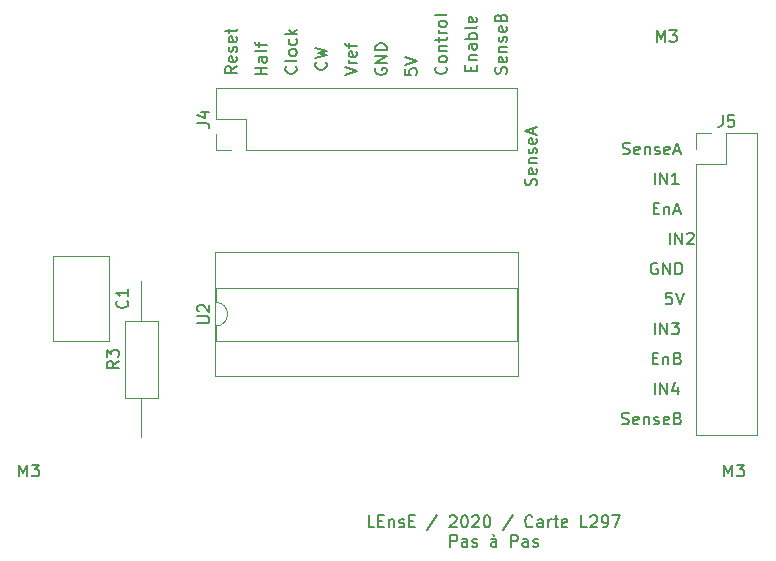
<source format=gbr>
%TF.GenerationSoftware,KiCad,Pcbnew,5.0.2-bee76a0~70~ubuntu18.04.1*%
%TF.CreationDate,2020-11-23T14:52:47+01:00*%
%TF.ProjectId,Carte_L298,43617274-655f-44c3-9239-382e6b696361,rev?*%
%TF.SameCoordinates,Original*%
%TF.FileFunction,Legend,Top*%
%TF.FilePolarity,Positive*%
%FSLAX46Y46*%
G04 Gerber Fmt 4.6, Leading zero omitted, Abs format (unit mm)*
G04 Created by KiCad (PCBNEW 5.0.2-bee76a0~70~ubuntu18.04.1) date lun. 23 nov. 2020 14:52:47 CET*
%MOMM*%
%LPD*%
G01*
G04 APERTURE LIST*
%ADD10C,0.150000*%
%ADD11C,0.120000*%
G04 APERTURE END LIST*
D10*
X97925000Y-61086904D02*
X97877380Y-61182142D01*
X97877380Y-61325000D01*
X97925000Y-61467857D01*
X98020238Y-61563095D01*
X98115476Y-61610714D01*
X98305952Y-61658333D01*
X98448809Y-61658333D01*
X98639285Y-61610714D01*
X98734523Y-61563095D01*
X98829761Y-61467857D01*
X98877380Y-61325000D01*
X98877380Y-61229761D01*
X98829761Y-61086904D01*
X98782142Y-61039285D01*
X98448809Y-61039285D01*
X98448809Y-61229761D01*
X98877380Y-60610714D02*
X97877380Y-60610714D01*
X98877380Y-60039285D01*
X97877380Y-60039285D01*
X98877380Y-59563095D02*
X97877380Y-59563095D01*
X97877380Y-59325000D01*
X97925000Y-59182142D01*
X98020238Y-59086904D01*
X98115476Y-59039285D01*
X98305952Y-58991666D01*
X98448809Y-58991666D01*
X98639285Y-59039285D01*
X98734523Y-59086904D01*
X98829761Y-59182142D01*
X98877380Y-59325000D01*
X98877380Y-59563095D01*
X86177380Y-60928095D02*
X85701190Y-61261428D01*
X86177380Y-61499523D02*
X85177380Y-61499523D01*
X85177380Y-61118571D01*
X85225000Y-61023333D01*
X85272619Y-60975714D01*
X85367857Y-60928095D01*
X85510714Y-60928095D01*
X85605952Y-60975714D01*
X85653571Y-61023333D01*
X85701190Y-61118571D01*
X85701190Y-61499523D01*
X86129761Y-60118571D02*
X86177380Y-60213809D01*
X86177380Y-60404285D01*
X86129761Y-60499523D01*
X86034523Y-60547142D01*
X85653571Y-60547142D01*
X85558333Y-60499523D01*
X85510714Y-60404285D01*
X85510714Y-60213809D01*
X85558333Y-60118571D01*
X85653571Y-60070952D01*
X85748809Y-60070952D01*
X85844047Y-60547142D01*
X86129761Y-59690000D02*
X86177380Y-59594761D01*
X86177380Y-59404285D01*
X86129761Y-59309047D01*
X86034523Y-59261428D01*
X85986904Y-59261428D01*
X85891666Y-59309047D01*
X85844047Y-59404285D01*
X85844047Y-59547142D01*
X85796428Y-59642380D01*
X85701190Y-59690000D01*
X85653571Y-59690000D01*
X85558333Y-59642380D01*
X85510714Y-59547142D01*
X85510714Y-59404285D01*
X85558333Y-59309047D01*
X86129761Y-58451904D02*
X86177380Y-58547142D01*
X86177380Y-58737619D01*
X86129761Y-58832857D01*
X86034523Y-58880476D01*
X85653571Y-58880476D01*
X85558333Y-58832857D01*
X85510714Y-58737619D01*
X85510714Y-58547142D01*
X85558333Y-58451904D01*
X85653571Y-58404285D01*
X85748809Y-58404285D01*
X85844047Y-58880476D01*
X85510714Y-58118571D02*
X85510714Y-57737619D01*
X85177380Y-57975714D02*
X86034523Y-57975714D01*
X86129761Y-57928095D01*
X86177380Y-57832857D01*
X86177380Y-57737619D01*
X121388333Y-85653571D02*
X121721666Y-85653571D01*
X121864523Y-86177380D02*
X121388333Y-86177380D01*
X121388333Y-85177380D01*
X121864523Y-85177380D01*
X122293095Y-85510714D02*
X122293095Y-86177380D01*
X122293095Y-85605952D02*
X122340714Y-85558333D01*
X122435952Y-85510714D01*
X122578809Y-85510714D01*
X122674047Y-85558333D01*
X122721666Y-85653571D01*
X122721666Y-86177380D01*
X123531190Y-85653571D02*
X123674047Y-85701190D01*
X123721666Y-85748809D01*
X123769285Y-85844047D01*
X123769285Y-85986904D01*
X123721666Y-86082142D01*
X123674047Y-86129761D01*
X123578809Y-86177380D01*
X123197857Y-86177380D01*
X123197857Y-85177380D01*
X123531190Y-85177380D01*
X123626428Y-85225000D01*
X123674047Y-85272619D01*
X123721666Y-85367857D01*
X123721666Y-85463095D01*
X123674047Y-85558333D01*
X123626428Y-85605952D01*
X123531190Y-85653571D01*
X123197857Y-85653571D01*
X118856428Y-68349761D02*
X118999285Y-68397380D01*
X119237380Y-68397380D01*
X119332619Y-68349761D01*
X119380238Y-68302142D01*
X119427857Y-68206904D01*
X119427857Y-68111666D01*
X119380238Y-68016428D01*
X119332619Y-67968809D01*
X119237380Y-67921190D01*
X119046904Y-67873571D01*
X118951666Y-67825952D01*
X118904047Y-67778333D01*
X118856428Y-67683095D01*
X118856428Y-67587857D01*
X118904047Y-67492619D01*
X118951666Y-67445000D01*
X119046904Y-67397380D01*
X119285000Y-67397380D01*
X119427857Y-67445000D01*
X120237380Y-68349761D02*
X120142142Y-68397380D01*
X119951666Y-68397380D01*
X119856428Y-68349761D01*
X119808809Y-68254523D01*
X119808809Y-67873571D01*
X119856428Y-67778333D01*
X119951666Y-67730714D01*
X120142142Y-67730714D01*
X120237380Y-67778333D01*
X120285000Y-67873571D01*
X120285000Y-67968809D01*
X119808809Y-68064047D01*
X120713571Y-67730714D02*
X120713571Y-68397380D01*
X120713571Y-67825952D02*
X120761190Y-67778333D01*
X120856428Y-67730714D01*
X120999285Y-67730714D01*
X121094523Y-67778333D01*
X121142142Y-67873571D01*
X121142142Y-68397380D01*
X121570714Y-68349761D02*
X121665952Y-68397380D01*
X121856428Y-68397380D01*
X121951666Y-68349761D01*
X121999285Y-68254523D01*
X121999285Y-68206904D01*
X121951666Y-68111666D01*
X121856428Y-68064047D01*
X121713571Y-68064047D01*
X121618333Y-68016428D01*
X121570714Y-67921190D01*
X121570714Y-67873571D01*
X121618333Y-67778333D01*
X121713571Y-67730714D01*
X121856428Y-67730714D01*
X121951666Y-67778333D01*
X122808809Y-68349761D02*
X122713571Y-68397380D01*
X122523095Y-68397380D01*
X122427857Y-68349761D01*
X122380238Y-68254523D01*
X122380238Y-67873571D01*
X122427857Y-67778333D01*
X122523095Y-67730714D01*
X122713571Y-67730714D01*
X122808809Y-67778333D01*
X122856428Y-67873571D01*
X122856428Y-67968809D01*
X122380238Y-68064047D01*
X123237380Y-68111666D02*
X123713571Y-68111666D01*
X123142142Y-68397380D02*
X123475476Y-67397380D01*
X123808809Y-68397380D01*
X108989761Y-61555000D02*
X109037380Y-61412142D01*
X109037380Y-61174047D01*
X108989761Y-61078809D01*
X108942142Y-61031190D01*
X108846904Y-60983571D01*
X108751666Y-60983571D01*
X108656428Y-61031190D01*
X108608809Y-61078809D01*
X108561190Y-61174047D01*
X108513571Y-61364523D01*
X108465952Y-61459761D01*
X108418333Y-61507380D01*
X108323095Y-61555000D01*
X108227857Y-61555000D01*
X108132619Y-61507380D01*
X108085000Y-61459761D01*
X108037380Y-61364523D01*
X108037380Y-61126428D01*
X108085000Y-60983571D01*
X108989761Y-60174047D02*
X109037380Y-60269285D01*
X109037380Y-60459761D01*
X108989761Y-60555000D01*
X108894523Y-60602619D01*
X108513571Y-60602619D01*
X108418333Y-60555000D01*
X108370714Y-60459761D01*
X108370714Y-60269285D01*
X108418333Y-60174047D01*
X108513571Y-60126428D01*
X108608809Y-60126428D01*
X108704047Y-60602619D01*
X108370714Y-59697857D02*
X109037380Y-59697857D01*
X108465952Y-59697857D02*
X108418333Y-59650238D01*
X108370714Y-59555000D01*
X108370714Y-59412142D01*
X108418333Y-59316904D01*
X108513571Y-59269285D01*
X109037380Y-59269285D01*
X108989761Y-58840714D02*
X109037380Y-58745476D01*
X109037380Y-58555000D01*
X108989761Y-58459761D01*
X108894523Y-58412142D01*
X108846904Y-58412142D01*
X108751666Y-58459761D01*
X108704047Y-58555000D01*
X108704047Y-58697857D01*
X108656428Y-58793095D01*
X108561190Y-58840714D01*
X108513571Y-58840714D01*
X108418333Y-58793095D01*
X108370714Y-58697857D01*
X108370714Y-58555000D01*
X108418333Y-58459761D01*
X108989761Y-57602619D02*
X109037380Y-57697857D01*
X109037380Y-57888333D01*
X108989761Y-57983571D01*
X108894523Y-58031190D01*
X108513571Y-58031190D01*
X108418333Y-57983571D01*
X108370714Y-57888333D01*
X108370714Y-57697857D01*
X108418333Y-57602619D01*
X108513571Y-57555000D01*
X108608809Y-57555000D01*
X108704047Y-58031190D01*
X108513571Y-56793095D02*
X108561190Y-56650238D01*
X108608809Y-56602619D01*
X108704047Y-56555000D01*
X108846904Y-56555000D01*
X108942142Y-56602619D01*
X108989761Y-56650238D01*
X109037380Y-56745476D01*
X109037380Y-57126428D01*
X108037380Y-57126428D01*
X108037380Y-56793095D01*
X108085000Y-56697857D01*
X108132619Y-56650238D01*
X108227857Y-56602619D01*
X108323095Y-56602619D01*
X108418333Y-56650238D01*
X108465952Y-56697857D01*
X108513571Y-56793095D01*
X108513571Y-57126428D01*
X95337380Y-61682142D02*
X96337380Y-61348809D01*
X95337380Y-61015476D01*
X96337380Y-60682142D02*
X95670714Y-60682142D01*
X95861190Y-60682142D02*
X95765952Y-60634523D01*
X95718333Y-60586904D01*
X95670714Y-60491666D01*
X95670714Y-60396428D01*
X96289761Y-59682142D02*
X96337380Y-59777380D01*
X96337380Y-59967857D01*
X96289761Y-60063095D01*
X96194523Y-60110714D01*
X95813571Y-60110714D01*
X95718333Y-60063095D01*
X95670714Y-59967857D01*
X95670714Y-59777380D01*
X95718333Y-59682142D01*
X95813571Y-59634523D01*
X95908809Y-59634523D01*
X96004047Y-60110714D01*
X95670714Y-59348809D02*
X95670714Y-58967857D01*
X96337380Y-59205952D02*
X95480238Y-59205952D01*
X95385000Y-59158333D01*
X95337380Y-59063095D01*
X95337380Y-58967857D01*
X105973571Y-61316904D02*
X105973571Y-60983571D01*
X106497380Y-60840714D02*
X106497380Y-61316904D01*
X105497380Y-61316904D01*
X105497380Y-60840714D01*
X105830714Y-60412142D02*
X106497380Y-60412142D01*
X105925952Y-60412142D02*
X105878333Y-60364523D01*
X105830714Y-60269285D01*
X105830714Y-60126428D01*
X105878333Y-60031190D01*
X105973571Y-59983571D01*
X106497380Y-59983571D01*
X106497380Y-59078809D02*
X105973571Y-59078809D01*
X105878333Y-59126428D01*
X105830714Y-59221666D01*
X105830714Y-59412142D01*
X105878333Y-59507380D01*
X106449761Y-59078809D02*
X106497380Y-59174047D01*
X106497380Y-59412142D01*
X106449761Y-59507380D01*
X106354523Y-59555000D01*
X106259285Y-59555000D01*
X106164047Y-59507380D01*
X106116428Y-59412142D01*
X106116428Y-59174047D01*
X106068809Y-59078809D01*
X106497380Y-58602619D02*
X105497380Y-58602619D01*
X105878333Y-58602619D02*
X105830714Y-58507380D01*
X105830714Y-58316904D01*
X105878333Y-58221666D01*
X105925952Y-58174047D01*
X106021190Y-58126428D01*
X106306904Y-58126428D01*
X106402142Y-58174047D01*
X106449761Y-58221666D01*
X106497380Y-58316904D01*
X106497380Y-58507380D01*
X106449761Y-58602619D01*
X106497380Y-57555000D02*
X106449761Y-57650238D01*
X106354523Y-57697857D01*
X105497380Y-57697857D01*
X106449761Y-56793095D02*
X106497380Y-56888333D01*
X106497380Y-57078809D01*
X106449761Y-57174047D01*
X106354523Y-57221666D01*
X105973571Y-57221666D01*
X105878333Y-57174047D01*
X105830714Y-57078809D01*
X105830714Y-56888333D01*
X105878333Y-56793095D01*
X105973571Y-56745476D01*
X106068809Y-56745476D01*
X106164047Y-57221666D01*
X118785000Y-91209761D02*
X118927857Y-91257380D01*
X119165952Y-91257380D01*
X119261190Y-91209761D01*
X119308809Y-91162142D01*
X119356428Y-91066904D01*
X119356428Y-90971666D01*
X119308809Y-90876428D01*
X119261190Y-90828809D01*
X119165952Y-90781190D01*
X118975476Y-90733571D01*
X118880238Y-90685952D01*
X118832619Y-90638333D01*
X118785000Y-90543095D01*
X118785000Y-90447857D01*
X118832619Y-90352619D01*
X118880238Y-90305000D01*
X118975476Y-90257380D01*
X119213571Y-90257380D01*
X119356428Y-90305000D01*
X120165952Y-91209761D02*
X120070714Y-91257380D01*
X119880238Y-91257380D01*
X119785000Y-91209761D01*
X119737380Y-91114523D01*
X119737380Y-90733571D01*
X119785000Y-90638333D01*
X119880238Y-90590714D01*
X120070714Y-90590714D01*
X120165952Y-90638333D01*
X120213571Y-90733571D01*
X120213571Y-90828809D01*
X119737380Y-90924047D01*
X120642142Y-90590714D02*
X120642142Y-91257380D01*
X120642142Y-90685952D02*
X120689761Y-90638333D01*
X120785000Y-90590714D01*
X120927857Y-90590714D01*
X121023095Y-90638333D01*
X121070714Y-90733571D01*
X121070714Y-91257380D01*
X121499285Y-91209761D02*
X121594523Y-91257380D01*
X121785000Y-91257380D01*
X121880238Y-91209761D01*
X121927857Y-91114523D01*
X121927857Y-91066904D01*
X121880238Y-90971666D01*
X121785000Y-90924047D01*
X121642142Y-90924047D01*
X121546904Y-90876428D01*
X121499285Y-90781190D01*
X121499285Y-90733571D01*
X121546904Y-90638333D01*
X121642142Y-90590714D01*
X121785000Y-90590714D01*
X121880238Y-90638333D01*
X122737380Y-91209761D02*
X122642142Y-91257380D01*
X122451666Y-91257380D01*
X122356428Y-91209761D01*
X122308809Y-91114523D01*
X122308809Y-90733571D01*
X122356428Y-90638333D01*
X122451666Y-90590714D01*
X122642142Y-90590714D01*
X122737380Y-90638333D01*
X122785000Y-90733571D01*
X122785000Y-90828809D01*
X122308809Y-90924047D01*
X123546904Y-90733571D02*
X123689761Y-90781190D01*
X123737380Y-90828809D01*
X123785000Y-90924047D01*
X123785000Y-91066904D01*
X123737380Y-91162142D01*
X123689761Y-91209761D01*
X123594523Y-91257380D01*
X123213571Y-91257380D01*
X123213571Y-90257380D01*
X123546904Y-90257380D01*
X123642142Y-90305000D01*
X123689761Y-90352619D01*
X123737380Y-90447857D01*
X123737380Y-90543095D01*
X123689761Y-90638333D01*
X123642142Y-90685952D01*
X123546904Y-90733571D01*
X123213571Y-90733571D01*
X122999523Y-80097380D02*
X122523333Y-80097380D01*
X122475714Y-80573571D01*
X122523333Y-80525952D01*
X122618571Y-80478333D01*
X122856666Y-80478333D01*
X122951904Y-80525952D01*
X122999523Y-80573571D01*
X123047142Y-80668809D01*
X123047142Y-80906904D01*
X122999523Y-81002142D01*
X122951904Y-81049761D01*
X122856666Y-81097380D01*
X122618571Y-81097380D01*
X122523333Y-81049761D01*
X122475714Y-81002142D01*
X123332857Y-80097380D02*
X123666190Y-81097380D01*
X123999523Y-80097380D01*
X100417380Y-61150476D02*
X100417380Y-61626666D01*
X100893571Y-61674285D01*
X100845952Y-61626666D01*
X100798333Y-61531428D01*
X100798333Y-61293333D01*
X100845952Y-61198095D01*
X100893571Y-61150476D01*
X100988809Y-61102857D01*
X101226904Y-61102857D01*
X101322142Y-61150476D01*
X101369761Y-61198095D01*
X101417380Y-61293333D01*
X101417380Y-61531428D01*
X101369761Y-61626666D01*
X101322142Y-61674285D01*
X100417380Y-60817142D02*
X101417380Y-60483809D01*
X100417380Y-60150476D01*
X91162142Y-60928095D02*
X91209761Y-60975714D01*
X91257380Y-61118571D01*
X91257380Y-61213809D01*
X91209761Y-61356666D01*
X91114523Y-61451904D01*
X91019285Y-61499523D01*
X90828809Y-61547142D01*
X90685952Y-61547142D01*
X90495476Y-61499523D01*
X90400238Y-61451904D01*
X90305000Y-61356666D01*
X90257380Y-61213809D01*
X90257380Y-61118571D01*
X90305000Y-60975714D01*
X90352619Y-60928095D01*
X91257380Y-60356666D02*
X91209761Y-60451904D01*
X91114523Y-60499523D01*
X90257380Y-60499523D01*
X91257380Y-59832857D02*
X91209761Y-59928095D01*
X91162142Y-59975714D01*
X91066904Y-60023333D01*
X90781190Y-60023333D01*
X90685952Y-59975714D01*
X90638333Y-59928095D01*
X90590714Y-59832857D01*
X90590714Y-59690000D01*
X90638333Y-59594761D01*
X90685952Y-59547142D01*
X90781190Y-59499523D01*
X91066904Y-59499523D01*
X91162142Y-59547142D01*
X91209761Y-59594761D01*
X91257380Y-59690000D01*
X91257380Y-59832857D01*
X91209761Y-58642380D02*
X91257380Y-58737619D01*
X91257380Y-58928095D01*
X91209761Y-59023333D01*
X91162142Y-59070952D01*
X91066904Y-59118571D01*
X90781190Y-59118571D01*
X90685952Y-59070952D01*
X90638333Y-59023333D01*
X90590714Y-58928095D01*
X90590714Y-58737619D01*
X90638333Y-58642380D01*
X91257380Y-58213809D02*
X90257380Y-58213809D01*
X90876428Y-58118571D02*
X91257380Y-57832857D01*
X90590714Y-57832857D02*
X90971666Y-58213809D01*
X88717380Y-61610714D02*
X87717380Y-61610714D01*
X88193571Y-61610714D02*
X88193571Y-61039285D01*
X88717380Y-61039285D02*
X87717380Y-61039285D01*
X88717380Y-60134523D02*
X88193571Y-60134523D01*
X88098333Y-60182142D01*
X88050714Y-60277380D01*
X88050714Y-60467857D01*
X88098333Y-60563095D01*
X88669761Y-60134523D02*
X88717380Y-60229761D01*
X88717380Y-60467857D01*
X88669761Y-60563095D01*
X88574523Y-60610714D01*
X88479285Y-60610714D01*
X88384047Y-60563095D01*
X88336428Y-60467857D01*
X88336428Y-60229761D01*
X88288809Y-60134523D01*
X88717380Y-59515476D02*
X88669761Y-59610714D01*
X88574523Y-59658333D01*
X87717380Y-59658333D01*
X88050714Y-59277380D02*
X88050714Y-58896428D01*
X88717380Y-59134523D02*
X87860238Y-59134523D01*
X87765000Y-59086904D01*
X87717380Y-58991666D01*
X87717380Y-58896428D01*
X121793095Y-77605000D02*
X121697857Y-77557380D01*
X121555000Y-77557380D01*
X121412142Y-77605000D01*
X121316904Y-77700238D01*
X121269285Y-77795476D01*
X121221666Y-77985952D01*
X121221666Y-78128809D01*
X121269285Y-78319285D01*
X121316904Y-78414523D01*
X121412142Y-78509761D01*
X121555000Y-78557380D01*
X121650238Y-78557380D01*
X121793095Y-78509761D01*
X121840714Y-78462142D01*
X121840714Y-78128809D01*
X121650238Y-78128809D01*
X122269285Y-78557380D02*
X122269285Y-77557380D01*
X122840714Y-78557380D01*
X122840714Y-77557380D01*
X123316904Y-78557380D02*
X123316904Y-77557380D01*
X123555000Y-77557380D01*
X123697857Y-77605000D01*
X123793095Y-77700238D01*
X123840714Y-77795476D01*
X123888333Y-77985952D01*
X123888333Y-78128809D01*
X123840714Y-78319285D01*
X123793095Y-78414523D01*
X123697857Y-78509761D01*
X123555000Y-78557380D01*
X123316904Y-78557380D01*
X121555000Y-70937380D02*
X121555000Y-69937380D01*
X122031190Y-70937380D02*
X122031190Y-69937380D01*
X122602619Y-70937380D01*
X122602619Y-69937380D01*
X123602619Y-70937380D02*
X123031190Y-70937380D01*
X123316904Y-70937380D02*
X123316904Y-69937380D01*
X123221666Y-70080238D01*
X123126428Y-70175476D01*
X123031190Y-70223095D01*
X111529761Y-71008571D02*
X111577380Y-70865714D01*
X111577380Y-70627619D01*
X111529761Y-70532380D01*
X111482142Y-70484761D01*
X111386904Y-70437142D01*
X111291666Y-70437142D01*
X111196428Y-70484761D01*
X111148809Y-70532380D01*
X111101190Y-70627619D01*
X111053571Y-70818095D01*
X111005952Y-70913333D01*
X110958333Y-70960952D01*
X110863095Y-71008571D01*
X110767857Y-71008571D01*
X110672619Y-70960952D01*
X110625000Y-70913333D01*
X110577380Y-70818095D01*
X110577380Y-70580000D01*
X110625000Y-70437142D01*
X111529761Y-69627619D02*
X111577380Y-69722857D01*
X111577380Y-69913333D01*
X111529761Y-70008571D01*
X111434523Y-70056190D01*
X111053571Y-70056190D01*
X110958333Y-70008571D01*
X110910714Y-69913333D01*
X110910714Y-69722857D01*
X110958333Y-69627619D01*
X111053571Y-69580000D01*
X111148809Y-69580000D01*
X111244047Y-70056190D01*
X110910714Y-69151428D02*
X111577380Y-69151428D01*
X111005952Y-69151428D02*
X110958333Y-69103809D01*
X110910714Y-69008571D01*
X110910714Y-68865714D01*
X110958333Y-68770476D01*
X111053571Y-68722857D01*
X111577380Y-68722857D01*
X111529761Y-68294285D02*
X111577380Y-68199047D01*
X111577380Y-68008571D01*
X111529761Y-67913333D01*
X111434523Y-67865714D01*
X111386904Y-67865714D01*
X111291666Y-67913333D01*
X111244047Y-68008571D01*
X111244047Y-68151428D01*
X111196428Y-68246666D01*
X111101190Y-68294285D01*
X111053571Y-68294285D01*
X110958333Y-68246666D01*
X110910714Y-68151428D01*
X110910714Y-68008571D01*
X110958333Y-67913333D01*
X111529761Y-67056190D02*
X111577380Y-67151428D01*
X111577380Y-67341904D01*
X111529761Y-67437142D01*
X111434523Y-67484761D01*
X111053571Y-67484761D01*
X110958333Y-67437142D01*
X110910714Y-67341904D01*
X110910714Y-67151428D01*
X110958333Y-67056190D01*
X111053571Y-67008571D01*
X111148809Y-67008571D01*
X111244047Y-67484761D01*
X111291666Y-66627619D02*
X111291666Y-66151428D01*
X111577380Y-66722857D02*
X110577380Y-66389523D01*
X111577380Y-66056190D01*
X103862142Y-60959761D02*
X103909761Y-61007380D01*
X103957380Y-61150238D01*
X103957380Y-61245476D01*
X103909761Y-61388333D01*
X103814523Y-61483571D01*
X103719285Y-61531190D01*
X103528809Y-61578809D01*
X103385952Y-61578809D01*
X103195476Y-61531190D01*
X103100238Y-61483571D01*
X103005000Y-61388333D01*
X102957380Y-61245476D01*
X102957380Y-61150238D01*
X103005000Y-61007380D01*
X103052619Y-60959761D01*
X103957380Y-60388333D02*
X103909761Y-60483571D01*
X103862142Y-60531190D01*
X103766904Y-60578809D01*
X103481190Y-60578809D01*
X103385952Y-60531190D01*
X103338333Y-60483571D01*
X103290714Y-60388333D01*
X103290714Y-60245476D01*
X103338333Y-60150238D01*
X103385952Y-60102619D01*
X103481190Y-60055000D01*
X103766904Y-60055000D01*
X103862142Y-60102619D01*
X103909761Y-60150238D01*
X103957380Y-60245476D01*
X103957380Y-60388333D01*
X103290714Y-59626428D02*
X103957380Y-59626428D01*
X103385952Y-59626428D02*
X103338333Y-59578809D01*
X103290714Y-59483571D01*
X103290714Y-59340714D01*
X103338333Y-59245476D01*
X103433571Y-59197857D01*
X103957380Y-59197857D01*
X103290714Y-58864523D02*
X103290714Y-58483571D01*
X102957380Y-58721666D02*
X103814523Y-58721666D01*
X103909761Y-58674047D01*
X103957380Y-58578809D01*
X103957380Y-58483571D01*
X103957380Y-58150238D02*
X103290714Y-58150238D01*
X103481190Y-58150238D02*
X103385952Y-58102619D01*
X103338333Y-58055000D01*
X103290714Y-57959761D01*
X103290714Y-57864523D01*
X103957380Y-57388333D02*
X103909761Y-57483571D01*
X103862142Y-57531190D01*
X103766904Y-57578809D01*
X103481190Y-57578809D01*
X103385952Y-57531190D01*
X103338333Y-57483571D01*
X103290714Y-57388333D01*
X103290714Y-57245476D01*
X103338333Y-57150238D01*
X103385952Y-57102619D01*
X103481190Y-57055000D01*
X103766904Y-57055000D01*
X103862142Y-57102619D01*
X103909761Y-57150238D01*
X103957380Y-57245476D01*
X103957380Y-57388333D01*
X103957380Y-56483571D02*
X103909761Y-56578809D01*
X103814523Y-56626428D01*
X102957380Y-56626428D01*
X121555000Y-88717380D02*
X121555000Y-87717380D01*
X122031190Y-88717380D02*
X122031190Y-87717380D01*
X122602619Y-88717380D01*
X122602619Y-87717380D01*
X123507380Y-88050714D02*
X123507380Y-88717380D01*
X123269285Y-87669761D02*
X123031190Y-88384047D01*
X123650238Y-88384047D01*
X121555000Y-83637380D02*
X121555000Y-82637380D01*
X122031190Y-83637380D02*
X122031190Y-82637380D01*
X122602619Y-83637380D01*
X122602619Y-82637380D01*
X122983571Y-82637380D02*
X123602619Y-82637380D01*
X123269285Y-83018333D01*
X123412142Y-83018333D01*
X123507380Y-83065952D01*
X123555000Y-83113571D01*
X123602619Y-83208809D01*
X123602619Y-83446904D01*
X123555000Y-83542142D01*
X123507380Y-83589761D01*
X123412142Y-83637380D01*
X123126428Y-83637380D01*
X123031190Y-83589761D01*
X122983571Y-83542142D01*
X121459761Y-72953571D02*
X121793095Y-72953571D01*
X121935952Y-73477380D02*
X121459761Y-73477380D01*
X121459761Y-72477380D01*
X121935952Y-72477380D01*
X122364523Y-72810714D02*
X122364523Y-73477380D01*
X122364523Y-72905952D02*
X122412142Y-72858333D01*
X122507380Y-72810714D01*
X122650238Y-72810714D01*
X122745476Y-72858333D01*
X122793095Y-72953571D01*
X122793095Y-73477380D01*
X123221666Y-73191666D02*
X123697857Y-73191666D01*
X123126428Y-73477380D02*
X123459761Y-72477380D01*
X123793095Y-73477380D01*
X97830952Y-99957380D02*
X97354761Y-99957380D01*
X97354761Y-98957380D01*
X98164285Y-99433571D02*
X98497619Y-99433571D01*
X98640476Y-99957380D02*
X98164285Y-99957380D01*
X98164285Y-98957380D01*
X98640476Y-98957380D01*
X99069047Y-99290714D02*
X99069047Y-99957380D01*
X99069047Y-99385952D02*
X99116666Y-99338333D01*
X99211904Y-99290714D01*
X99354761Y-99290714D01*
X99450000Y-99338333D01*
X99497619Y-99433571D01*
X99497619Y-99957380D01*
X99926190Y-99909761D02*
X100021428Y-99957380D01*
X100211904Y-99957380D01*
X100307142Y-99909761D01*
X100354761Y-99814523D01*
X100354761Y-99766904D01*
X100307142Y-99671666D01*
X100211904Y-99624047D01*
X100069047Y-99624047D01*
X99973809Y-99576428D01*
X99926190Y-99481190D01*
X99926190Y-99433571D01*
X99973809Y-99338333D01*
X100069047Y-99290714D01*
X100211904Y-99290714D01*
X100307142Y-99338333D01*
X100783333Y-99433571D02*
X101116666Y-99433571D01*
X101259523Y-99957380D02*
X100783333Y-99957380D01*
X100783333Y-98957380D01*
X101259523Y-98957380D01*
X103164285Y-98909761D02*
X102307142Y-100195476D01*
X104211904Y-99052619D02*
X104259523Y-99005000D01*
X104354761Y-98957380D01*
X104592857Y-98957380D01*
X104688095Y-99005000D01*
X104735714Y-99052619D01*
X104783333Y-99147857D01*
X104783333Y-99243095D01*
X104735714Y-99385952D01*
X104164285Y-99957380D01*
X104783333Y-99957380D01*
X105402380Y-98957380D02*
X105497619Y-98957380D01*
X105592857Y-99005000D01*
X105640476Y-99052619D01*
X105688095Y-99147857D01*
X105735714Y-99338333D01*
X105735714Y-99576428D01*
X105688095Y-99766904D01*
X105640476Y-99862142D01*
X105592857Y-99909761D01*
X105497619Y-99957380D01*
X105402380Y-99957380D01*
X105307142Y-99909761D01*
X105259523Y-99862142D01*
X105211904Y-99766904D01*
X105164285Y-99576428D01*
X105164285Y-99338333D01*
X105211904Y-99147857D01*
X105259523Y-99052619D01*
X105307142Y-99005000D01*
X105402380Y-98957380D01*
X106116666Y-99052619D02*
X106164285Y-99005000D01*
X106259523Y-98957380D01*
X106497619Y-98957380D01*
X106592857Y-99005000D01*
X106640476Y-99052619D01*
X106688095Y-99147857D01*
X106688095Y-99243095D01*
X106640476Y-99385952D01*
X106069047Y-99957380D01*
X106688095Y-99957380D01*
X107307142Y-98957380D02*
X107402380Y-98957380D01*
X107497619Y-99005000D01*
X107545238Y-99052619D01*
X107592857Y-99147857D01*
X107640476Y-99338333D01*
X107640476Y-99576428D01*
X107592857Y-99766904D01*
X107545238Y-99862142D01*
X107497619Y-99909761D01*
X107402380Y-99957380D01*
X107307142Y-99957380D01*
X107211904Y-99909761D01*
X107164285Y-99862142D01*
X107116666Y-99766904D01*
X107069047Y-99576428D01*
X107069047Y-99338333D01*
X107116666Y-99147857D01*
X107164285Y-99052619D01*
X107211904Y-99005000D01*
X107307142Y-98957380D01*
X109545238Y-98909761D02*
X108688095Y-100195476D01*
X111211904Y-99862142D02*
X111164285Y-99909761D01*
X111021428Y-99957380D01*
X110926190Y-99957380D01*
X110783333Y-99909761D01*
X110688095Y-99814523D01*
X110640476Y-99719285D01*
X110592857Y-99528809D01*
X110592857Y-99385952D01*
X110640476Y-99195476D01*
X110688095Y-99100238D01*
X110783333Y-99005000D01*
X110926190Y-98957380D01*
X111021428Y-98957380D01*
X111164285Y-99005000D01*
X111211904Y-99052619D01*
X112069047Y-99957380D02*
X112069047Y-99433571D01*
X112021428Y-99338333D01*
X111926190Y-99290714D01*
X111735714Y-99290714D01*
X111640476Y-99338333D01*
X112069047Y-99909761D02*
X111973809Y-99957380D01*
X111735714Y-99957380D01*
X111640476Y-99909761D01*
X111592857Y-99814523D01*
X111592857Y-99719285D01*
X111640476Y-99624047D01*
X111735714Y-99576428D01*
X111973809Y-99576428D01*
X112069047Y-99528809D01*
X112545238Y-99957380D02*
X112545238Y-99290714D01*
X112545238Y-99481190D02*
X112592857Y-99385952D01*
X112640476Y-99338333D01*
X112735714Y-99290714D01*
X112830952Y-99290714D01*
X113021428Y-99290714D02*
X113402380Y-99290714D01*
X113164285Y-98957380D02*
X113164285Y-99814523D01*
X113211904Y-99909761D01*
X113307142Y-99957380D01*
X113402380Y-99957380D01*
X114116666Y-99909761D02*
X114021428Y-99957380D01*
X113830952Y-99957380D01*
X113735714Y-99909761D01*
X113688095Y-99814523D01*
X113688095Y-99433571D01*
X113735714Y-99338333D01*
X113830952Y-99290714D01*
X114021428Y-99290714D01*
X114116666Y-99338333D01*
X114164285Y-99433571D01*
X114164285Y-99528809D01*
X113688095Y-99624047D01*
X115830952Y-99957380D02*
X115354761Y-99957380D01*
X115354761Y-98957380D01*
X116116666Y-99052619D02*
X116164285Y-99005000D01*
X116259523Y-98957380D01*
X116497619Y-98957380D01*
X116592857Y-99005000D01*
X116640476Y-99052619D01*
X116688095Y-99147857D01*
X116688095Y-99243095D01*
X116640476Y-99385952D01*
X116069047Y-99957380D01*
X116688095Y-99957380D01*
X117164285Y-99957380D02*
X117354761Y-99957380D01*
X117450000Y-99909761D01*
X117497619Y-99862142D01*
X117592857Y-99719285D01*
X117640476Y-99528809D01*
X117640476Y-99147857D01*
X117592857Y-99052619D01*
X117545238Y-99005000D01*
X117450000Y-98957380D01*
X117259523Y-98957380D01*
X117164285Y-99005000D01*
X117116666Y-99052619D01*
X117069047Y-99147857D01*
X117069047Y-99385952D01*
X117116666Y-99481190D01*
X117164285Y-99528809D01*
X117259523Y-99576428D01*
X117450000Y-99576428D01*
X117545238Y-99528809D01*
X117592857Y-99481190D01*
X117640476Y-99385952D01*
X117973809Y-98957380D02*
X118640476Y-98957380D01*
X118211904Y-99957380D01*
X104259523Y-101607380D02*
X104259523Y-100607380D01*
X104640476Y-100607380D01*
X104735714Y-100655000D01*
X104783333Y-100702619D01*
X104830952Y-100797857D01*
X104830952Y-100940714D01*
X104783333Y-101035952D01*
X104735714Y-101083571D01*
X104640476Y-101131190D01*
X104259523Y-101131190D01*
X105688095Y-101607380D02*
X105688095Y-101083571D01*
X105640476Y-100988333D01*
X105545238Y-100940714D01*
X105354761Y-100940714D01*
X105259523Y-100988333D01*
X105688095Y-101559761D02*
X105592857Y-101607380D01*
X105354761Y-101607380D01*
X105259523Y-101559761D01*
X105211904Y-101464523D01*
X105211904Y-101369285D01*
X105259523Y-101274047D01*
X105354761Y-101226428D01*
X105592857Y-101226428D01*
X105688095Y-101178809D01*
X106116666Y-101559761D02*
X106211904Y-101607380D01*
X106402380Y-101607380D01*
X106497619Y-101559761D01*
X106545238Y-101464523D01*
X106545238Y-101416904D01*
X106497619Y-101321666D01*
X106402380Y-101274047D01*
X106259523Y-101274047D01*
X106164285Y-101226428D01*
X106116666Y-101131190D01*
X106116666Y-101083571D01*
X106164285Y-100988333D01*
X106259523Y-100940714D01*
X106402380Y-100940714D01*
X106497619Y-100988333D01*
X108164285Y-101607380D02*
X108164285Y-101083571D01*
X108116666Y-100988333D01*
X108021428Y-100940714D01*
X107830952Y-100940714D01*
X107735714Y-100988333D01*
X108164285Y-101559761D02*
X108069047Y-101607380D01*
X107830952Y-101607380D01*
X107735714Y-101559761D01*
X107688095Y-101464523D01*
X107688095Y-101369285D01*
X107735714Y-101274047D01*
X107830952Y-101226428D01*
X108069047Y-101226428D01*
X108164285Y-101178809D01*
X107830952Y-100559761D02*
X107973809Y-100702619D01*
X109402380Y-101607380D02*
X109402380Y-100607380D01*
X109783333Y-100607380D01*
X109878571Y-100655000D01*
X109926190Y-100702619D01*
X109973809Y-100797857D01*
X109973809Y-100940714D01*
X109926190Y-101035952D01*
X109878571Y-101083571D01*
X109783333Y-101131190D01*
X109402380Y-101131190D01*
X110830952Y-101607380D02*
X110830952Y-101083571D01*
X110783333Y-100988333D01*
X110688095Y-100940714D01*
X110497619Y-100940714D01*
X110402380Y-100988333D01*
X110830952Y-101559761D02*
X110735714Y-101607380D01*
X110497619Y-101607380D01*
X110402380Y-101559761D01*
X110354761Y-101464523D01*
X110354761Y-101369285D01*
X110402380Y-101274047D01*
X110497619Y-101226428D01*
X110735714Y-101226428D01*
X110830952Y-101178809D01*
X111259523Y-101559761D02*
X111354761Y-101607380D01*
X111545238Y-101607380D01*
X111640476Y-101559761D01*
X111688095Y-101464523D01*
X111688095Y-101416904D01*
X111640476Y-101321666D01*
X111545238Y-101274047D01*
X111402380Y-101274047D01*
X111307142Y-101226428D01*
X111259523Y-101131190D01*
X111259523Y-101083571D01*
X111307142Y-100988333D01*
X111402380Y-100940714D01*
X111545238Y-100940714D01*
X111640476Y-100988333D01*
X93702142Y-60586904D02*
X93749761Y-60634523D01*
X93797380Y-60777380D01*
X93797380Y-60872619D01*
X93749761Y-61015476D01*
X93654523Y-61110714D01*
X93559285Y-61158333D01*
X93368809Y-61205952D01*
X93225952Y-61205952D01*
X93035476Y-61158333D01*
X92940238Y-61110714D01*
X92845000Y-61015476D01*
X92797380Y-60872619D01*
X92797380Y-60777380D01*
X92845000Y-60634523D01*
X92892619Y-60586904D01*
X92797380Y-60253571D02*
X93797380Y-60015476D01*
X93083095Y-59825000D01*
X93797380Y-59634523D01*
X92797380Y-59396428D01*
X122825000Y-76017380D02*
X122825000Y-75017380D01*
X123301190Y-76017380D02*
X123301190Y-75017380D01*
X123872619Y-76017380D01*
X123872619Y-75017380D01*
X124301190Y-75112619D02*
X124348809Y-75065000D01*
X124444047Y-75017380D01*
X124682142Y-75017380D01*
X124777380Y-75065000D01*
X124825000Y-75112619D01*
X124872619Y-75207857D01*
X124872619Y-75303095D01*
X124825000Y-75445952D01*
X124253571Y-76017380D01*
X124872619Y-76017380D01*
D11*
%TO.C,R3*%
X76735000Y-88995000D02*
X79475000Y-88995000D01*
X79475000Y-88995000D02*
X79475000Y-82455000D01*
X79475000Y-82455000D02*
X76735000Y-82455000D01*
X76735000Y-82455000D02*
X76735000Y-88995000D01*
X78105000Y-92305000D02*
X78105000Y-88995000D01*
X78105000Y-79145000D02*
X78105000Y-82455000D01*
%TO.C,J5*%
X125035000Y-92135000D02*
X130235000Y-92135000D01*
X125035000Y-69215000D02*
X125035000Y-92135000D01*
X130235000Y-66615000D02*
X130235000Y-92135000D01*
X125035000Y-69215000D02*
X127635000Y-69215000D01*
X127635000Y-69215000D02*
X127635000Y-66615000D01*
X127635000Y-66615000D02*
X130235000Y-66615000D01*
X125035000Y-67945000D02*
X125035000Y-66615000D01*
X125035000Y-66615000D02*
X126365000Y-66615000D01*
%TO.C,J4*%
X84395000Y-68005000D02*
X84395000Y-66675000D01*
X85725000Y-68005000D02*
X84395000Y-68005000D01*
X84395000Y-65405000D02*
X84395000Y-62805000D01*
X86995000Y-65405000D02*
X84395000Y-65405000D01*
X86995000Y-68005000D02*
X86995000Y-65405000D01*
X84395000Y-62805000D02*
X109915000Y-62805000D01*
X86995000Y-68005000D02*
X109915000Y-68005000D01*
X109915000Y-68005000D02*
X109915000Y-62805000D01*
%TO.C,U2*%
X84395000Y-82915000D02*
X84395000Y-84165000D01*
X84395000Y-84165000D02*
X109915000Y-84165000D01*
X109915000Y-84165000D02*
X109915000Y-79665000D01*
X109915000Y-79665000D02*
X84395000Y-79665000D01*
X84395000Y-79665000D02*
X84395000Y-80915000D01*
X84335000Y-87165000D02*
X109975000Y-87165000D01*
X109975000Y-87165000D02*
X109975000Y-76665000D01*
X109975000Y-76665000D02*
X84335000Y-76665000D01*
X84335000Y-76665000D02*
X84335000Y-87165000D01*
X84395000Y-80915000D02*
G75*
G02X84395000Y-82915000I0J-1000000D01*
G01*
%TO.C,C1*%
X75395000Y-76985000D02*
X75395000Y-84225000D01*
X70655000Y-76985000D02*
X70655000Y-84225000D01*
X75395000Y-76985000D02*
X70655000Y-76985000D01*
X75395000Y-84225000D02*
X70655000Y-84225000D01*
%TO.C,R3*%
D10*
X76187380Y-85891666D02*
X75711190Y-86225000D01*
X76187380Y-86463095D02*
X75187380Y-86463095D01*
X75187380Y-86082142D01*
X75235000Y-85986904D01*
X75282619Y-85939285D01*
X75377857Y-85891666D01*
X75520714Y-85891666D01*
X75615952Y-85939285D01*
X75663571Y-85986904D01*
X75711190Y-86082142D01*
X75711190Y-86463095D01*
X75187380Y-85558333D02*
X75187380Y-84939285D01*
X75568333Y-85272619D01*
X75568333Y-85129761D01*
X75615952Y-85034523D01*
X75663571Y-84986904D01*
X75758809Y-84939285D01*
X75996904Y-84939285D01*
X76092142Y-84986904D01*
X76139761Y-85034523D01*
X76187380Y-85129761D01*
X76187380Y-85415476D01*
X76139761Y-85510714D01*
X76092142Y-85558333D01*
%TO.C,J5*%
X127301666Y-65067380D02*
X127301666Y-65781666D01*
X127254047Y-65924523D01*
X127158809Y-66019761D01*
X127015952Y-66067380D01*
X126920714Y-66067380D01*
X128254047Y-65067380D02*
X127777857Y-65067380D01*
X127730238Y-65543571D01*
X127777857Y-65495952D01*
X127873095Y-65448333D01*
X128111190Y-65448333D01*
X128206428Y-65495952D01*
X128254047Y-65543571D01*
X128301666Y-65638809D01*
X128301666Y-65876904D01*
X128254047Y-65972142D01*
X128206428Y-66019761D01*
X128111190Y-66067380D01*
X127873095Y-66067380D01*
X127777857Y-66019761D01*
X127730238Y-65972142D01*
%TO.C,J4*%
X82847380Y-65738333D02*
X83561666Y-65738333D01*
X83704523Y-65785952D01*
X83799761Y-65881190D01*
X83847380Y-66024047D01*
X83847380Y-66119285D01*
X83180714Y-64833571D02*
X83847380Y-64833571D01*
X82799761Y-65071666D02*
X83514047Y-65309761D01*
X83514047Y-64690714D01*
%TO.C,U2*%
X82847380Y-82676904D02*
X83656904Y-82676904D01*
X83752142Y-82629285D01*
X83799761Y-82581666D01*
X83847380Y-82486428D01*
X83847380Y-82295952D01*
X83799761Y-82200714D01*
X83752142Y-82153095D01*
X83656904Y-82105476D01*
X82847380Y-82105476D01*
X82942619Y-81676904D02*
X82895000Y-81629285D01*
X82847380Y-81534047D01*
X82847380Y-81295952D01*
X82895000Y-81200714D01*
X82942619Y-81153095D01*
X83037857Y-81105476D01*
X83133095Y-81105476D01*
X83275952Y-81153095D01*
X83847380Y-81724523D01*
X83847380Y-81105476D01*
%TO.C,M3*%
X67770476Y-95647380D02*
X67770476Y-94647380D01*
X68103809Y-95361666D01*
X68437142Y-94647380D01*
X68437142Y-95647380D01*
X68818095Y-94647380D02*
X69437142Y-94647380D01*
X69103809Y-95028333D01*
X69246666Y-95028333D01*
X69341904Y-95075952D01*
X69389523Y-95123571D01*
X69437142Y-95218809D01*
X69437142Y-95456904D01*
X69389523Y-95552142D01*
X69341904Y-95599761D01*
X69246666Y-95647380D01*
X68960952Y-95647380D01*
X68865714Y-95599761D01*
X68818095Y-95552142D01*
X127460476Y-95647380D02*
X127460476Y-94647380D01*
X127793809Y-95361666D01*
X128127142Y-94647380D01*
X128127142Y-95647380D01*
X128508095Y-94647380D02*
X129127142Y-94647380D01*
X128793809Y-95028333D01*
X128936666Y-95028333D01*
X129031904Y-95075952D01*
X129079523Y-95123571D01*
X129127142Y-95218809D01*
X129127142Y-95456904D01*
X129079523Y-95552142D01*
X129031904Y-95599761D01*
X128936666Y-95647380D01*
X128650952Y-95647380D01*
X128555714Y-95599761D01*
X128508095Y-95552142D01*
X121745476Y-58872380D02*
X121745476Y-57872380D01*
X122078809Y-58586666D01*
X122412142Y-57872380D01*
X122412142Y-58872380D01*
X122793095Y-57872380D02*
X123412142Y-57872380D01*
X123078809Y-58253333D01*
X123221666Y-58253333D01*
X123316904Y-58300952D01*
X123364523Y-58348571D01*
X123412142Y-58443809D01*
X123412142Y-58681904D01*
X123364523Y-58777142D01*
X123316904Y-58824761D01*
X123221666Y-58872380D01*
X122935952Y-58872380D01*
X122840714Y-58824761D01*
X122793095Y-58777142D01*
%TO.C,C1*%
X76882142Y-80771666D02*
X76929761Y-80819285D01*
X76977380Y-80962142D01*
X76977380Y-81057380D01*
X76929761Y-81200238D01*
X76834523Y-81295476D01*
X76739285Y-81343095D01*
X76548809Y-81390714D01*
X76405952Y-81390714D01*
X76215476Y-81343095D01*
X76120238Y-81295476D01*
X76025000Y-81200238D01*
X75977380Y-81057380D01*
X75977380Y-80962142D01*
X76025000Y-80819285D01*
X76072619Y-80771666D01*
X76977380Y-79819285D02*
X76977380Y-80390714D01*
X76977380Y-80105000D02*
X75977380Y-80105000D01*
X76120238Y-80200238D01*
X76215476Y-80295476D01*
X76263095Y-80390714D01*
%TD*%
M02*

</source>
